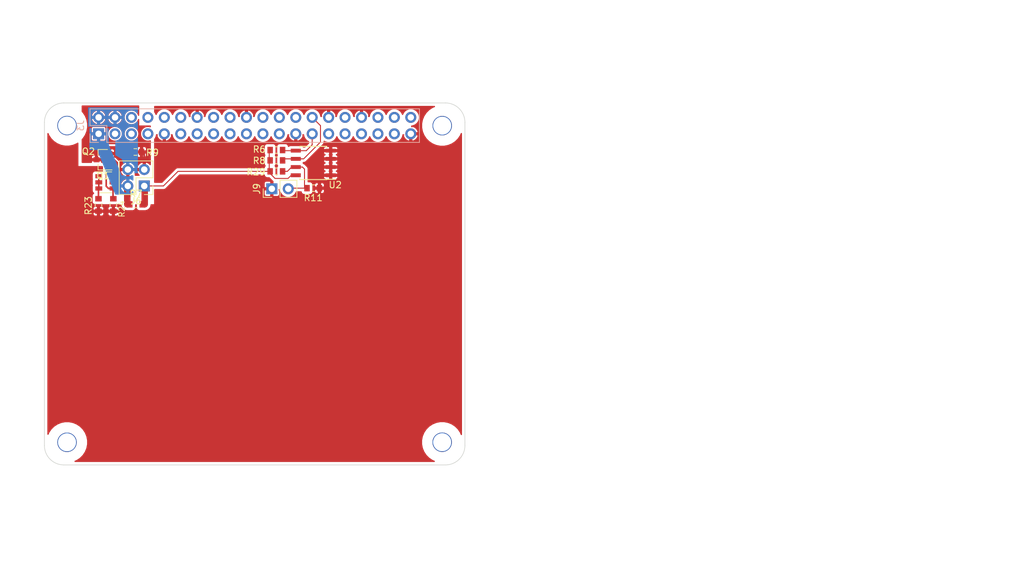
<source format=kicad_pcb>
(kicad_pcb (version 20211014) (generator pcbnew)
  (layers (0 "F.Cu" signal) (31 "B.Cu" signal) (34 "B.Paste" user) (35 "F.Paste" user) (36 "B.SilkS" user "B.Silkscreen") (37 "F.SilkS" user "F.Silkscreen") (38 "B.Mask" user) (39 "F.Mask" user) (44 "Edge.Cuts" user))
  (net 0 "")
  (net 1 "GND")
  (net 2 "/ID_SD_EEPROM")
  (net 3 "/ID_SC_EEPROM")
  (net 4 "Net-(Q1-Pad1)")
  (net 5 "Net-(Q2-Pad1)")
  (net 6 "/P3V3_HAT")
  (net 7 "/P5V_HAT")
  (net 8 "/P3V3")
  (net 9 "/P5V")
  (net 10 "Net-(J9-Pad2)")
  (footprint "project_footprints:NPTH_3mm_ID" (layer "F.Cu") (at 82.04 64.31)
    (fp_text reference "H1" (at 0.06 0.09) (layer "F.SilkS"))
    (fp_text value "3mm_Mounting_Hole" hide)
    (pad "" np_thru_hole circle locked (at 0 0) (size 3 3) (drill 2.75) (layers *.Cu *.Mask) (clearance 1.6))
  )
  (footprint "project_footprints:NPTH_3mm_ID" (layer "F.Cu") (at 140.04 64.33)
    (fp_text reference "H2" (at 0.06 0.09) (layer "F.SilkS"))
    (fp_text value "3mm_Mounting_Hole" hide)
    (pad "" np_thru_hole circle locked (at 0 0) (size 3 3) (drill 2.75) (layers *.Cu *.Mask) (clearance 1.6))
  )
  (footprint "project_footprints:NPTH_3mm_ID" (layer "F.Cu") (at 82.04 113.32)
    (fp_text reference "H3" (at 0.06 0.09) (layer "F.SilkS"))
    (fp_text value "3mm_Mounting_Hole" hide)
    (pad "" np_thru_hole circle locked (at 0 0) (size 3 3) (drill 2.75) (layers *.Cu *.Mask) (clearance 1.6))
  )
  (footprint "project_footprints:NPTH_3mm_ID" (layer "F.Cu") (at 140.03 113.31)
    (fp_text reference "H4" (at 0.06 0.09) (layer "F.SilkS"))
    (fp_text value "3mm_Mounting_Hole" hide)
    (pad "" np_thru_hole circle locked (at 0 0) (size 3 3) (drill 2.75) (layers *.Cu *.Mask) (clearance 1.6))
  )
  (footprint "Resistor_SMD:R_0603_1608Metric_Pad0.84x1.00mm_HandSolder" (layer "F.Cu") (at 92.6 68.4)
    (fp_text reference "R9" (at 2.65 0.1) (layer "F.SilkS"))
    (fp_text value "DNP")
    (fp_line (start -0.22 -0.51) (end 0.22 -0.51) (layer "F.SilkS") (width 0.12))
    (fp_line (start -0.22 0.51) (end 0.22 0.51) (layer "F.SilkS") (width 0.12))
    (pad "1" smd rect locked (at -0.9625 0) (size 0.845 1) (layers "F.Cu" "F.Paste" "F.Mask") (net 7 "/P5V_HAT"))
    (pad "2" smd rect locked (at 0.9625 0) (size 0.845 1) (layers "F.Cu" "F.Paste" "F.Mask") (net 9 "/P5V"))
  )
  (footprint "Resistor_SMD:R_0603_1608Metric_Pad0.84x1.00mm_HandSolder" (layer "F.Cu") (at 92.7 76.5)
    (fp_text reference "R7" (at 0 -1.65) (layer "F.SilkS"))
    (fp_text value "DNP")
    (fp_line (start -0.22 0.51) (end 0.22 0.51) (layer "F.SilkS") (width 0.12))
    (fp_line (start -0.22 -0.51) (end 0.22 -0.51) (layer "F.SilkS") (width 0.12))
    (pad "1" smd rect locked (at -0.9625 0) (size 0.845 1) (layers "F.Cu" "F.Paste" "F.Mask") (net 6 "/P3V3_HAT"))
    (pad "2" smd rect locked (at 0.9625 0) (size 0.845 1) (layers "F.Cu" "F.Paste" "F.Mask") (net 8 "/P3V3"))
  )
  (footprint "Resistor_SMD:R_0603_1608Metric_Pad0.84x1.00mm_HandSolder" (layer "F.Cu") (at 120.1 74)
    (fp_text reference "R11" (at 0 1.5) (layer "F.SilkS"))
    (fp_text value "DNP")
    (fp_line (start -0.22 -0.51) (end 0.22 -0.51) (layer "F.SilkS") (width 0.12))
    (fp_line (start -0.22 0.51) (end 0.22 0.51) (layer "F.SilkS") (width 0.12))
    (pad "1" smd rect locked (at -0.9625 0) (size 0.845 1) (layers "F.Cu" "F.Paste" "F.Mask") (net 10 "Net-(J9-Pad2)"))
    (pad "2" smd rect locked (at 0.9625 0) (size 0.845 1) (layers "F.Cu" "F.Paste" "F.Mask") (net 1 "GND"))
  )
  (footprint "Resistor_SMD:R_0603_1608Metric_Pad0.84x1.00mm_HandSolder" (layer "F.Cu") (at 86.9 76.6 -90)
    (fp_text reference "R23" (at 0.108 1.556 90) (layer "F.SilkS"))
    (fp_text value "10K")
    (fp_line (start -0.22 -0.51) (end 0.22 -0.51) (layer "F.SilkS") (width 0.12))
    (fp_line (start -0.22 0.51) (end 0.22 0.51) (layer "F.SilkS") (width 0.12))
    (pad "1" smd rect locked (at -0.9625 0 270) (size 0.845 1) (layers "F.Cu" "F.Paste" "F.Mask") (net 5 "Net-(Q2-Pad1)"))
    (pad "2" smd rect locked (at 0.9625 0 270) (size 0.845 1) (layers "F.Cu" "F.Paste" "F.Mask") (net 1 "GND"))
  )
  (footprint "Resistor_SMD:R_0603_1608Metric_Pad0.84x1.00mm_HandSolder" (layer "F.Cu") (at 89.2 76.6 -90)
    (fp_text reference "R24" (at 0.616 -1.3 -90) (layer "F.SilkS") (effects (font (size 0.9 0.9) (thickness 0.13))))
    (fp_text value "47K")
    (fp_line (start -0.22 -0.51) (end 0.22 -0.51) (layer "F.SilkS") (width 0.12))
    (fp_line (start -0.22 0.51) (end 0.22 0.51) (layer "F.SilkS") (width 0.12))
    (pad "1" smd rect locked (at -0.9625 0 270) (size 0.845 1) (layers "F.Cu" "F.Paste" "F.Mask") (net 4 "Net-(Q1-Pad1)"))
    (pad "2" smd rect locked (at 0.9625 0 270) (size 0.845 1) (layers "F.Cu" "F.Paste" "F.Mask") (net 1 "GND"))
  )
  (footprint "Resistor_SMD:R_0603_1608Metric_Pad0.84x1.00mm_HandSolder" (layer "F.Cu") (at 114.4 71.4)
    (fp_text reference "R29" (at -3.15 0.1) (layer "F.SilkS"))
    (fp_text value "10K")
    (fp_line (start -0.22 0.51) (end 0.22 0.51) (layer "F.SilkS") (width 0.12))
    (fp_line (start -0.22 -0.51) (end 0.22 -0.51) (layer "F.SilkS") (width 0.12))
    (pad "1" smd rect locked (at -0.9625 0) (size 0.845 1) (layers "F.Cu" "F.Paste" "F.Mask") (net 8 "/P3V3"))
    (pad "2" smd rect locked (at 0.9625 0) (size 0.845 1) (layers "F.Cu" "F.Paste" "F.Mask") (net 10 "Net-(J9-Pad2)"))
  )
  (footprint "Resistor_SMD:R_0603_1608Metric_Pad0.84x1.00mm_HandSolder" (layer "F.Cu") (at 114.4 69.7)
    (fp_text reference "R8" (at -2.65 0.05) (layer "F.SilkS"))
    (fp_text value "3.9K")
    (fp_line (start -0.22 0.51) (end 0.22 0.51) (layer "F.SilkS") (width 0.12))
    (fp_line (start -0.22 -0.51) (end 0.22 -0.51) (layer "F.SilkS") (width 0.12))
    (pad "1" smd rect locked (at -0.9625 0) (size 0.845 1) (layers "F.Cu" "F.Paste" "F.Mask") (net 8 "/P3V3"))
    (pad "2" smd rect locked (at 0.9625 0) (size 0.845 1) (layers "F.Cu" "F.Paste" "F.Mask") (net 3 "/ID_SC_EEPROM"))
  )
  (footprint "Package_TO_SOT_SMD:SOT-23-6" (layer "F.Cu") (at 88.05 73.1)
    (fp_text reference "Q2" (at -2.706 -4.774) (layer "F.SilkS"))
    (fp_text value "DMMT5401")
    (fp_line (start -0.9 1.61) (end 0.9 1.61) (layer "F.SilkS") (width 0.12))
    (fp_line (start 0.9 -1.61) (end -1.55 -1.61) (layer "F.SilkS") (width 0.12))
    (pad "1" smd rect locked (at -1.1 -0.95) (size 1.06 0.65) (layers "F.Cu" "F.Paste" "F.Mask") (net 5 "Net-(Q2-Pad1)"))
    (pad "2" smd rect locked (at -1.1 0) (size 1.06 0.65) (layers "F.Cu" "F.Paste" "F.Mask") (net 5 "Net-(Q2-Pad1)"))
    (pad "3" smd rect locked (at -1.1 0.95) (size 1.06 0.65) (layers "F.Cu" "F.Paste" "F.Mask") (net 5 "Net-(Q2-Pad1)"))
    (pad "4" smd rect locked (at 1.1 0.95) (size 1.06 0.65) (layers "F.Cu" "F.Paste" "F.Mask") (net 4 "Net-(Q1-Pad1)"))
    (pad "5" smd rect locked (at 1.1 0) (size 1.06 0.65) (layers "F.Cu" "F.Paste" "F.Mask") (net 7 "/P5V_HAT"))
    (pad "6" smd rect locked (at 1.1 -0.95) (size 1.06 0.65) (layers "F.Cu" "F.Paste" "F.Mask") (net 9 "/P5V"))
  )
  (footprint "Package_TO_SOT_SMD:SOT-23" (layer "F.Cu") (at 87.6 69.6 180)
    (fp_text reference "Q1" (at 0 -2.5 180) (layer "F.SilkS"))
    (fp_text value "DMG2305UX")
    (fp_line (start 0.76 -1.58) (end 0.76 -0.65) (layer "F.SilkS") (width 0.12))
    (fp_line (start 0.76 -1.58) (end -1.4 -1.58) (layer "F.SilkS") (width 0.12))
    (fp_line (start 0.76 1.58) (end -0.7 1.58) (layer "F.SilkS") (width 0.12))
    (fp_line (start 0.76 1.58) (end 0.76 0.65) (layer "F.SilkS") (width 0.12))
    (pad "1" smd rect locked (at -1 -0.95 180) (size 0.9 0.8) (layers "F.Cu" "F.Paste" "F.Mask") (net 4 "Net-(Q1-Pad1)"))
    (pad "2" smd rect locked (at -1 0.95 180) (size 0.9 0.8) (layers "F.Cu" "F.Paste" "F.Mask") (net 7 "/P5V_HAT"))
    (pad "3" smd rect locked (at 1 0 180) (size 0.9 0.8) (layers "F.Cu" "F.Paste" "F.Mask") (net 9 "/P5V"))
  )
  (footprint "Package_SOIC:SOIC-8_3.9x4.9mm_P1.27mm" (layer "F.Cu") (at 120.1 70.1 180)
    (fp_text reference "U2" (at -3.4 -3.4 180) (layer "F.SilkS"))
    (fp_text value "CAT24C32")
    (fp_line (start -2.075 -2.575) (end -2.075 -2.525) (layer "F.SilkS") (width 0.15))
    (fp_line (start -2.075 -2.575) (end 2.075 -2.575) (layer "F.SilkS") (width 0.15))
    (fp_line (start -2.075 2.575) (end 2.075 2.575) (layer "F.SilkS") (width 0.15))
    (fp_line (start -2.075 -2.525) (end -3.475 -2.525) (layer "F.SilkS") (width 0.15))
    (fp_line (start 2.075 2.575) (end 2.075 2.43) (layer "F.SilkS") (width 0.15))
    (fp_line (start 2.075 -2.575) (end 2.075 -2.43) (layer "F.SilkS") (width 0.15))
    (fp_line (start -2.075 2.575) (end -2.075 2.43) (layer "F.SilkS") (width 0.15))
    (pad "1" smd rect locked (at -2.7 -1.905 180) (size 1.55 0.6) (layers "F.Cu" "F.Paste" "F.Mask") (net 1 "GND"))
    (pad "2" smd rect locked (at -2.7 -0.635 180) (size 1.55 0.6) (layers "F.Cu" "F.Paste" "F.Mask") (net 1 "GND"))
    (pad "3" smd rect locked (at -2.7 0.635 180) (size 1.55 0.6) (layers "F.Cu" "F.Paste" "F.Mask") (net 1 "GND"))
    (pad "4" smd rect locked (at -2.7 1.905 180) (size 1.55 0.6) (layers "F.Cu" "F.Paste" "F.Mask") (net 1 "GND"))
    (pad "5" smd rect locked (at 2.7 1.905 180) (size 1.55 0.6) (layers "F.Cu" "F.Paste" "F.Mask") (net 2 "/ID_SD_EEPROM"))
    (pad "6" smd rect locked (at 2.7 0.635 180) (size 1.55 0.6) (layers "F.Cu" "F.Paste" "F.Mask") (net 3 "/ID_SC_EEPROM"))
    (pad "7" smd rect locked (at 2.7 -0.635 180) (size 1.55 0.6) (layers "F.Cu" "F.Paste" "F.Mask") (net 10 "Net-(J9-Pad2)"))
    (pad "8" smd rect locked (at 2.7 -1.905 180) (size 1.55 0.6) (layers "F.Cu" "F.Paste" "F.Mask") (net 8 "/P3V3"))
  )
  (footprint "Connector_PinHeader_2.54mm:PinHeader_2x02_P2.54mm_Vertical" (layer "F.Cu") (at 93.98 73.66 180)
    (fp_text reference "J6" (at 1.27 -2.33 180) (layer "F.SilkS"))
    (fp_text value "CONN_02X02")
    (fp_line (start 1.27 -1.33) (end 3.87 -1.33) (layer "F.SilkS") (width 0.12))
    (fp_line (start 3.87 -1.33) (end 3.87 3.87) (layer "F.SilkS") (width 0.12))
    (fp_line (start -1.33 3.87) (end 3.87 3.87) (layer "F.SilkS") (width 0.12))
    (fp_line (start 1.27 1.27) (end 1.27 -1.33) (layer "F.SilkS") (width 0.12))
    (fp_line (start -1.33 1.27) (end 1.27 1.27) (layer "F.SilkS") (width 0.12))
    (fp_line (start -1.33 1.27) (end -1.33 3.87) (layer "F.SilkS") (width 0.12))
    (fp_line (start -1.33 0) (end -1.33 -1.33) (layer "F.SilkS") (width 0.12))
    (fp_line (start -1.33 -1.33) (end 0 -1.33) (layer "F.SilkS") (width 0.12))
    (pad "1" thru_hole rect locked (at 0 0 180) (size 1.7 1.7) (drill 1) (layers *.Cu *.Mask) (net 8 "/P3V3"))
    (pad "2" thru_hole oval locked (at 2.54 0 180) (size 1.7 1.7) (drill 1) (layers *.Cu *.Mask) (net 6 "/P3V3_HAT"))
    (pad "3" thru_hole oval locked (at 0 2.54 180) (size 1.7 1.7) (drill 1) (layers *.Cu *.Mask) (net 9 "/P5V"))
    (pad "4" thru_hole oval locked (at 2.54 2.54 180) (size 1.7 1.7) (drill 1) (layers *.Cu *.Mask) (net 7 "/P5V_HAT"))
  )
  (footprint "Connector_PinHeader_2.54mm:PinHeader_1x02_P2.54mm_Vertical" (layer "F.Cu") (at 113.7 74.1 90)
    (fp_text reference "J9" (at 0 -2.33 90) (layer "F.SilkS"))
    (fp_text value "CONN_01X02")
    (fp_line (start -1.33 -1.33) (end 0 -1.33) (layer "F.SilkS") (width 0.12))
    (fp_line (start -1.33 1.27) (end 1.33 1.27) (layer "F.SilkS") (width 0.12))
    (fp_line (start -1.33 0) (end -1.33 -1.33) (layer "F.SilkS") (width 0.12))
    (fp_line (start 1.33 1.27) (end 1.33 3.87) (layer "F.SilkS") (width 0.12))
    (fp_line (start -1.33 1.27) (end -1.33 3.87) (layer "F.SilkS") (width 0.12))
    (fp_line (start -1.33 3.87) (end 1.33 3.87) (layer "F.SilkS") (width 0.12))
    (pad "1" thru_hole rect locked (at 0 0 90) (size 1.7 1.7) (drill 1) (layers *.Cu *.Mask) (net 1 "GND"))
    (pad "2" thru_hole oval locked (at 0 2.54 90) (size 1.7 1.7) (drill 1) (layers *.Cu *.Mask) (net 10 "Net-(J9-Pad2)"))
  )
  (footprint "Resistor_SMD:R_0603_1608Metric_Pad0.84x1.00mm_HandSolder" (layer "F.Cu") (at 114.4 68.1)
    (fp_text reference "R6" (at -2.65 -0.1) (layer "F.SilkS"))
    (fp_text value "3.9K")
    (fp_line (start -0.22 0.51) (end 0.22 0.51) (layer "F.SilkS") (width 0.12))
    (fp_line (start -0.22 -0.51) (end 0.22 -0.51) (layer "F.SilkS") (width 0.12))
    (pad "1" smd rect locked (at -0.9625 0) (size 0.845 1) (layers "F.Cu" "F.Paste" "F.Mask") (net 8 "/P3V3"))
    (pad "2" smd rect locked (at 0.9625 0) (size 0.845 1) (layers "F.Cu" "F.Paste" "F.Mask") (net 2 "/ID_SD_EEPROM"))
  )
  (footprint "Connector_PinSocket_2.54mm:PinSocket_2x20_P2.54mm_Vertical" (layer "B.Cu") (at 86.92 65.59 -90)
    (fp_text reference "J3" (at -1.27 2.77 -90) (layer "B.SilkS") (effects (justify mirror)))
    (fp_text value "40HAT")
    (fp_line (start -1.27 1.33) (end -1.27 -1.27) (layer "B.SilkS") (width 0.12))
    (fp_line (start -3.87 -49.59) (end 1.33 -49.59) (layer "B.SilkS") (width 0.12))
    (fp_line (start -3.87 1.33) (end -1.27 1.33) (layer "B.SilkS") (width 0.12))
    (fp_line (start -1.27 -1.27) (end 1.33 -1.27) (layer "B.SilkS") (width 0.12))
    (fp_line (start 1.33 1.33) (end 1.33 0) (layer "B.SilkS") (width 0.12))
    (fp_line (start 1.33 -1.27) (end 1.33 -49.59) (layer "B.SilkS") (width 0.12))
    (fp_line (start -3.87 1.33) (end -3.87 -49.59) (layer "B.SilkS") (width 0.12))
    (fp_line (start 0 1.33) (end 1.33 1.33) (layer "B.SilkS") (width 0.12))
    (pad "1" thru_hole rect locked (at 0 0 270) (size 1.7 1.7) (drill 1) (layers *.Cu *.Mask) (net 6 "/P3V3_HAT"))
    (pad "2" thru_hole oval locked (at -2.54 0 270) (size 1.7 1.7) (drill 1) (layers *.Cu *.Mask) (net 7 "/P5V_HAT"))
    (pad "3" thru_hole oval locked (at 0 -2.54 270) (size 1.7 1.7) (drill 1) (layers *.Cu *.Mask))
    (pad "4" thru_hole oval locked (at -2.54 -2.54 270) (size 1.7 1.7) (drill 1) (layers *.Cu *.Mask) (net 7 "/P5V_HAT"))
    (pad "5" thru_hole oval locked (at 0 -5.08 270) (size 1.7 1.7) (drill 1) (layers *.Cu *.Mask))
    (pad "6" thru_hole oval locked (at -2.54 -5.08 270) (size 1.7 1.7) (drill 1) (layers *.Cu *.Mask) (net 1 "GND"))
    (pad "7" thru_hole oval locked (at 0 -7.62 270) (size 1.7 1.7) (drill 1) (layers *.Cu *.Mask))
    (pad "8" thru_hole oval locked (at -2.54 -7.62 270) (size 1.7 1.7) (drill 1) (layers *.Cu *.Mask))
    (pad "9" thru_hole oval locked (at 0 -10.16 270) (size 1.7 1.7) (drill 1) (layers *.Cu *.Mask) (net 1 "GND"))
    (pad "10" thru_hole oval locked (at -2.54 -10.16 270) (size 1.7 1.7) (drill 1) (layers *.Cu *.Mask))
    (pad "11" thru_hole oval locked (at 0 -12.7 270) (size 1.7 1.7) (drill 1) (layers *.Cu *.Mask))
    (pad "12" thru_hole oval locked (at -2.54 -12.7 270) (size 1.7 1.7) (drill 1) (layers *.Cu *.Mask))
    (pad "13" thru_hole oval locked (at 0 -15.24 270) (size 1.7 1.7) (drill 1) (layers *.Cu *.Mask))
    (pad "14" thru_hole oval locked (at -2.54 -15.24 270) (size 1.7 1.7) (drill 1) (layers *.Cu *.Mask) (net 1 "GND"))
    (pad "15" thru_hole oval locked (at 0 -17.78 270) (size 1.7 1.7) (drill 1) (layers *.Cu *.Mask))
    (pad "16" thru_hole oval locked (at -2.54 -17.78 270) (size 1.7 1.7) (drill 1) (layers *.Cu *.Mask))
    (pad "17" thru_hole oval locked (at 0 -20.32 270) (size 1.7 1.7) (drill 1) (layers *.Cu *.Mask))
    (pad "18" thru_hole oval locked (at -2.54 -20.32 270) (size 1.7 1.7) (drill 1) (layers *.Cu *.Mask))
    (pad "19" thru_hole oval locked (at 0 -22.86 270) (size 1.7 1.7) (drill 1) (layers *.Cu *.Mask))
    (pad "20" thru_hole oval locked (at -2.54 -22.86 270) (size 1.7 1.7) (drill 1) (layers *.Cu *.Mask) (net 1 "GND"))
    (pad "21" thru_hole oval locked (at 0 -25.4 270) (size 1.7 1.7) (drill 1) (layers *.Cu *.Mask))
    (pad "22" thru_hole oval locked (at -2.54 -25.4 270) (size 1.7 1.7) (drill 1) (layers *.Cu *.Mask))
    (pad "23" thru_hole oval locked (at 0 -27.94 270) (size 1.7 1.7) (drill 1) (layers *.Cu *.Mask))
    (pad "24" thru_hole oval locked (at -2.54 -27.94 270) (size 1.7 1.7) (drill 1) (layers *.Cu *.Mask))
    (pad "25" thru_hole oval locked (at 0 -30.48 270) (size 1.7 1.7) (drill 1) (layers *.Cu *.Mask) (net 1 "GND"))
    (pad "26" thru_hole oval locked (at -2.54 -30.48 270) (size 1.7 1.7) (drill 1) (layers *.Cu *.Mask))
    (pad "27" thru_hole oval locked (at 0 -33.02 270) (size 1.7 1.7) (drill 1) (layers *.Cu *.Mask) (net 2 "/ID_SD_EEPROM"))
    (pad "28" thru_hole oval locked (at -2.54 -33.02 270) (size 1.7 1.7) (drill 1) (layers *.Cu *.Mask) (net 3 "/ID_SC_EEPROM"))
    (pad "29" thru_hole oval locked (at 0 -35.56 270) (size 1.7 1.7) (drill 1) (layers *.Cu *.Mask))
    (pad "30" thru_hole oval locked (at -2.54 -35.56 270) (size 1.7 1.7) (drill 1) (layers *.Cu *.Mask) (net 1 "GND"))
    (pad "31" thru_hole oval locked (at 0 -38.1 270) (size 1.7 1.7) (drill 1) (layers *.Cu *.Mask))
    (pad "32" thru_hole oval locked (at -2.54 -38.1 270) (size 1.7 1.7) (drill 1) (layers *.Cu *.Mask))
    (pad "33" thru_hole oval locked (at 0 -40.64 270) (size 1.7 1.7) (drill 1) (layers *.Cu *.Mask))
    (pad "34" thru_hole oval locked (at -2.54 -40.64 270) (size 1.7 1.7) (drill 1) (layers *.Cu *.Mask) (net 1 "GND"))
    (pad "35" thru_hole oval locked (at 0 -43.18 270) (size 1.7 1.7) (drill 1) (layers *.Cu *.Mask))
    (pad "36" thru_hole oval locked (at -2.54 -43.18 270) (size 1.7 1.7) (drill 1) (layers *.Cu *.Mask))
    (pad "37" thru_hole oval locked (at 0 -45.72 270) (size 1.7 1.7) (drill 1) (layers *.Cu *.Mask))
    (pad "38" thru_hole oval locked (at -2.54 -45.72 270) (size 1.7 1.7) (drill 1) (layers *.Cu *.Mask))
    (pad "39" thru_hole oval locked (at 0 -48.26 270) (size 1.7 1.7) (drill 1) (layers *.Cu *.Mask) (net 1 "GND"))
    (pad "40" thru_hole oval locked (at -2.54 -48.26 270) (size 1.7 1.7) (drill 1) (layers *.Cu *.Mask))
  )
  (gr_line (start 143.546356 113.817611) (end 143.546356 63.817611) (layer "Edge.Cuts") (width 0.1))
  (gr_line (start 78.546356 63.817611) (end 78.546356 113.817611) (layer "Edge.Cuts") (width 0.1))
  (gr_arc (start 78.546356 63.817611) (mid 79.425036 61.696291) (end 81.546356 60.817611) (layer "Edge.Cuts") (width 0.1))
  (gr_arc (start 143.546351 113.822847) (mid 142.665824 115.940781) (end 140.546356 116.817611) (layer "Edge.Cuts") (width 0.1))
  (gr_arc (start 140.546356 60.817611) (mid 142.667676 61.696291) (end 143.546356 63.817611) (layer "Edge.Cuts") (width 0.1))
  (gr_line (start 81.546356 116.817611) (end 140.546356 116.817611) (layer "Edge.Cuts") (width 0.1))
  (gr_line (start 140.546356 60.817611) (end 81.546356 60.817611) (layer "Edge.Cuts") (width 0.1))
  (gr_arc (start 81.546356 116.817611) (mid 79.425036 115.938931) (end 78.546356 113.817611) (layer "Edge.Cuts") (width 0.1))
  (segment (start 115.695 68.295) (end 115.5 68.1) (width 0.15) (layer "F.Cu") (net 2))
  (segment (start 119.94 65.59) (end 119.94 67.2834) (width 0.15) (layer "F.Cu") (net 2))
  (segment (start 115.4575 68.195) (end 115.3625 68.1) (width 0.15) (layer "F.Cu") (net 2))
  (segment (start 119.0284 68.195) (end 117.4 68.195) (width 0.15) (layer "F.Cu") (net 2))
  (segment (start 117.4 68.195) (end 115.4575 68.195) (width 0.15) (layer "F.Cu") (net 2))
  (segment (start 119.94 67.2834) (end 119.0284 68.195) (width 0.15) (layer "F.Cu") (net 2))
  (segment (start 119.94 66.06) (end 119.94 65.59) (width 0.25) (layer "B.Cu") (net 2))
  (segment (start 115.635 69.565) (end 115.5 69.7) (width 0.15) (layer "F.Cu") (net 3))
  (segment (start 121.21896 66.86042) (end 118.61438 69.465) (width 0.15) (layer "F.Cu") (net 3))
  (segment (start 121.21896 64.32896) (end 121.21896 66.86042) (width 0.15) (layer "F.Cu") (net 3))
  (segment (start 118.61438 69.465) (end 117.4 69.465) (width 0.15) (layer "F.Cu") (net 3))
  (segment (start 119.94 63.05) (end 121.21896 64.32896) (width 0.15) (layer "F.Cu") (net 3))
  (segment (start 117.4 69.465) (end 115.5975 69.465) (width 0.15) (layer "F.Cu") (net 3))
  (segment (start 119.94 63.05) (end 119.85 63.05) (width 0.15) (layer "F.Cu") (net 3))
  (segment (start 115.5975 69.465) (end 115.3625 69.7) (width 0.15) (layer "F.Cu") (net 3))
  (segment (start 89.15 75.45) (end 89.2 75.5) (width 0.25) (layer "F.Cu") (net 4))
  (segment (start 89.15 74.05) (end 89.15 75.45) (width 0.25) (layer "F.Cu") (net 4))
  (segment (start 88.60076 70.55) (end 88.60076 71.19924) (width 0.25) (layer "F.Cu") (net 4))
  (segment (start 88.1 71.7) (end 88.1 73.7) (width 0.25) (layer "F.Cu") (net 4))
  (segment (start 88.60076 71.19924) (end 88.1 71.7) (width 0.25) (layer "F.Cu") (net 4))
  (segment (start 88.45 74.05) (end 89.15 74.05) (width 0.25) (layer "F.Cu") (net 4))
  (segment (start 88.1 73.7) (end 88.45 74.05) (width 0.25) (layer "F.Cu") (net 4))
  (segment (start 86.95 73.1) (end 86.95 74.05) (width 0.25) (layer "F.Cu") (net 5))
  (segment (start 86.95 74.05) (end 86.9 74.1) (width 0.25) (layer "F.Cu") (net 5))
  (segment (start 86.9 74.1) (end 86.9 75.5) (width 0.25) (layer "F.Cu") (net 5))
  (segment (start 86.95 72.15) (end 86.95 73.1) (width 0.25) (layer "F.Cu") (net 5))
  (segment (start 91.35 73.75) (end 91.44 73.66) (width 0.25) (layer "F.Cu") (net 6))
  (segment (start 91.35 76.5) (end 91.35 73.75) (width 1) (layer "F.Cu") (net 6))
  (segment (start 89.9 73.1) (end 90.6 72.4) (width 0.15) (layer "F.Cu") (net 7))
  (segment (start 90.6 72.4) (end 91.2 72.4) (width 0.15) (layer "F.Cu") (net 7))
  (segment (start 91.2 72.4) (end 91.44 72.16) (width 0.15) (layer "F.Cu") (net 7))
  (segment (start 91.44 72.16) (end 91.44 71.12) (width 0.15) (layer "F.Cu") (net 7))
  (segment (start 88.7 68.65) (end 88.7 68.6) (width 0.6) (layer "F.Cu") (net 7))
  (segment (start 89.15 73.1) (end 89.9 73.1) (width 0.15) (layer "F.Cu") (net 7))
  (segment (start 94.05 73.73) (end 93.98 73.66) (width 0.15) (layer "F.Cu") (net 8))
  (segment (start 113.3 69.7) (end 113.3 71.4) (width 0.15) (layer "F.Cu") (net 8))
  (segment (start 116.695 72.005) (end 116.2 72.5) (width 0.15) (layer "F.Cu") (net 8))
  (segment (start 116.2 72.5) (end 114.2 72.5) (width 0.15) (layer "F.Cu") (net 8))
  (segment (start 114.2 72.5) (end 113.3 71.6) (width 0.15) (layer "F.Cu") (net 8))
  (segment (start 113.3 71.6) (end 113.3 71.4) (width 0.15) (layer "F.Cu") (net 8))
  (segment (start 99.2 71.4) (end 96.94 73.66) (width 0.15) (layer "F.Cu") (net 8))
  (segment (start 96.94 73.66) (end 93.98 73.66) (width 0.15) (layer "F.Cu") (net 8))
  (segment (start 113.3 71.4) (end 99.2 71.4) (width 0.15) (layer "F.Cu") (net 8))
  (segment (start 117.4 72.005) (end 116.695 72.005) (width 0.15) (layer "F.Cu") (net 8))
  (segment (start 113.3 68.1) (end 113.3 69.7) (width 0.15) (layer "F.Cu") (net 8))
  (segment (start 94.05 76.5) (end 94.05 73.73) (width 1) (layer "F.Cu") (net 8))
  (segment (start 93.98 68.43) (end 93.95 68.4) (width 0.25) (layer "F.Cu") (net 9))
  (segment (start 89.35 69.6) (end 87.75 69.6) (width 0.25) (layer "F.Cu") (net 9))
  (segment (start 89.15 72.15) (end 89.35 72.15) (width 0.25) (layer "F.Cu") (net 9))
  (segment (start 89.8 71.7) (end 89.8 70.05) (width 0.25) (layer "F.Cu") (net 9))
  (segment (start 93.98 71.12) (end 93.98 68.43) (width 0.25) (layer "F.Cu") (net 9))
  (segment (start 89.35 72.15) (end 89.8 71.7) (width 0.25) (layer "F.Cu") (net 9))
  (segment (start 89.8 70.05) (end 89.35 69.6) (width 0.25) (layer "F.Cu") (net 9))
  (segment (start 87.75 69.6) (end 86.5 69.6) (width 0.25) (layer "F.Cu") (net 9))
  (segment (start 116.64 74) (end 116.24 74.4) (width 0.15) (layer "F.Cu") (net 10))
  (segment (start 116.765 70.735) (end 116.1 71.4) (width 0.15) (layer "F.Cu") (net 10))
  (segment (start 116.1 71.4) (end 115.5 71.4) (width 0.15) (layer "F.Cu") (net 10))
  (segment (start 118.75 71.05) (end 118.435 70.735) (width 0.15) (layer "F.Cu") (net 10))
  (segment (start 118.435 70.735) (end 117.4 70.735) (width 0.15) (layer "F.Cu") (net 10))
  (segment (start 118.75 74) (end 116.64 74) (width 0.15) (layer "F.Cu") (net 10))
  (segment (start 115.5 71.4) (end 115.8 71.4) (width 0.15) (layer "F.Cu") (net 10))
  (segment (start 117.4 70.735) (end 116.765 70.735) (width 0.15) (layer "F.Cu") (net 10))
  (segment (start 118.75 74) (end 118.75 71.05) (width 0.15) (layer "F.Cu") (net 10))
  (zone (net 1) (net_name "GND") (layer "F.Cu") (connect_pads (clearance 0.4)) (min_thickness 0.2) (fill yes (thermal_gap 0.25) (thermal_bridge_width 0.508))
    (polygon (pts (xy 144.1 133.38) (xy 77.6 133.38) (xy 77.6 59.08) (xy 144.1 59.08)))
    (polygon (pts (xy 83.8 60.38) (xy 83.8 70.58) (xy 87.6 70.58) (xy 87.6 76.48) (xy 95.5 76.48) (xy 95.5 70.58) (xy 95.5 67.28) (xy 95.5 60.38)))
  )
  (zone (net 7) (net_name "/P5V_HAT") (layer "F.Cu") (connect_pads (clearance 0.2)) (min_thickness 0.2) (fill yes (thermal_gap 0.25) (thermal_bridge_width 0.508))
    (polygon (pts (xy 91.8 72.7) (xy 90.5 73.4) (xy 89.6 73.4) (xy 89.5 73.5) (xy 88 67.5) (xy 91.8 67.5)))
  )
  (zone (net 9) (net_name "/P5V") (layer "F.Cu") (connect_pads (clearance 0.2)) (min_thickness 0.2) (fill yes (thermal_gap 0.25) (thermal_bridge_width 0.508))
    (polygon (pts (xy 93.2 64.3) (xy 95 64.3) (xy 95 72.1) (xy 92.5 72.1) (xy 92.5 67.2) (xy 87.6 67.2) (xy 87.6 70.1) (xy 84.3 70.1) (xy 84.3 61.2) (xy 93.2 61.2)))
  )
  (zone (net 6) (net_name "/P3V3_HAT") (layer "B.Cu") (connect_pads (clearance 0.2)) (min_thickness 0.2) (fill yes (thermal_gap 0.25) (thermal_bridge_width 0.508))
    (polygon (pts (xy 88.5 67.3) (xy 90.5 72) (xy 92.3 72) (xy 92.3 75) (xy 89.5 75) (xy 86.7 68.1) (xy 85.5 68.1) (xy 85.5 64.7) (xy 86.4 64.7) (xy 88.5 64.7)))
  )
  (zone (net 7) (net_name "/P5V_HAT") (layer "B.Cu") (connect_pads (clearance 0.2)) (min_thickness 0.2) (fill yes (thermal_gap 0.25) (thermal_bridge_width 0.508))
    (polygon (pts (xy 93 71.7) (xy 91.2 71.7) (xy 90.5 69.5) (xy 89.5 68.9) (xy 89.5 64.5) (xy 85.3 64.5) (xy 85.3 61.5) (xy 93 61.5)))
  )
)
</source>
